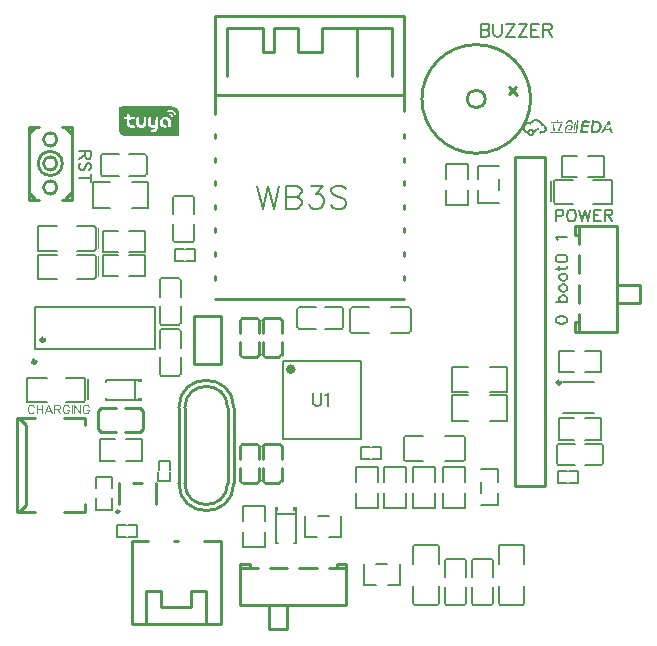
<source format=gto>
G04 Layer: TopSilkLayer*
G04 EasyEDA v6.4.19.5, 2021-06-01T19:55:23+08:00*
G04 f6417cd83a5c4070a8feff0417839a82,e682ae8673584cf28fd3bb4b7cd2207e,10*
G04 Gerber Generator version 0.2*
G04 Scale: 100 percent, Rotated: No, Reflected: No *
G04 Dimensions in inches *
G04 leading zeros omitted , absolute positions ,3 integer and 6 decimal *
%FSLAX36Y36*%
%MOIN*%

%ADD10C,0.0100*%
%ADD12C,0.0118*%
%ADD46C,0.0060*%
%ADD47C,0.0079*%
%ADD48C,0.0102*%
%ADD49C,0.0080*%
%ADD50C,0.0157*%
%ADD51C,0.0040*%

%LPD*%
G36*
X376599Y-299840D02*
G01*
X334380Y-299940D01*
X318540Y-300100D01*
X314180Y-300220D01*
X311680Y-300380D01*
X310660Y-300580D01*
X310480Y-300860D01*
X310340Y-302080D01*
X310140Y-307920D01*
X310058Y-315920D01*
X470620Y-315920D01*
X470640Y-314660D01*
X471140Y-313740D01*
X472320Y-312960D01*
X474360Y-312140D01*
X477120Y-311440D01*
X480160Y-311200D01*
X483300Y-311380D01*
X486280Y-312000D01*
X488340Y-312740D01*
X490280Y-313660D01*
X492060Y-314760D01*
X493720Y-316040D01*
X495200Y-317460D01*
X496520Y-319040D01*
X497660Y-320740D01*
X498620Y-322560D01*
X499380Y-324480D01*
X499920Y-326500D01*
X500260Y-328600D01*
X500379Y-330760D01*
X500260Y-333320D01*
X499820Y-334900D01*
X498940Y-335680D01*
X497520Y-335900D01*
X496180Y-335660D01*
X495300Y-334840D01*
X494780Y-333260D01*
X494180Y-327920D01*
X493459Y-325560D01*
X492299Y-323420D01*
X490600Y-321340D01*
X489180Y-320000D01*
X487700Y-318920D01*
X486120Y-318100D01*
X484440Y-317520D01*
X482660Y-317200D01*
X480780Y-317120D01*
X478780Y-317280D01*
X473840Y-318220D01*
X472060Y-318140D01*
X471060Y-317400D01*
X470620Y-315920D01*
X310058Y-315920D01*
X310070Y-339020D01*
X325740Y-339020D01*
X326040Y-336980D01*
X327040Y-335580D01*
X328840Y-334720D01*
X331580Y-334320D01*
X335319Y-334080D01*
X335360Y-328640D01*
X335580Y-327299D01*
X336019Y-326260D01*
X336780Y-325240D01*
X338220Y-324000D01*
X339840Y-323500D01*
X341480Y-323740D01*
X343020Y-324739D01*
X343700Y-325520D01*
X344099Y-326460D01*
X344186Y-327140D01*
X474120Y-327140D01*
X474140Y-325720D01*
X474840Y-324560D01*
X476079Y-323700D01*
X477720Y-323180D01*
X479620Y-323000D01*
X481659Y-323220D01*
X483640Y-323840D01*
X485480Y-324900D01*
X487740Y-327280D01*
X489140Y-330080D01*
X489540Y-332879D01*
X488800Y-335220D01*
X487239Y-336400D01*
X485540Y-336220D01*
X484120Y-334880D01*
X482840Y-330740D01*
X481719Y-329460D01*
X480180Y-328860D01*
X478400Y-329060D01*
X476880Y-329360D01*
X475620Y-329140D01*
X474700Y-328380D01*
X474120Y-327140D01*
X344186Y-327140D01*
X344280Y-327879D01*
X344320Y-334200D01*
X355480Y-334240D01*
X357879Y-334400D01*
X359300Y-334760D01*
X360300Y-335379D01*
X361360Y-336680D01*
X361780Y-338300D01*
X361580Y-340000D01*
X360720Y-341620D01*
X359940Y-342360D01*
X358660Y-342780D01*
X356180Y-343040D01*
X344040Y-343500D01*
X344080Y-354060D01*
X344240Y-356360D01*
X344600Y-357760D01*
X345240Y-358820D01*
X346728Y-360400D01*
X367140Y-360400D01*
X367140Y-337680D01*
X368500Y-336220D01*
X370140Y-335080D01*
X372000Y-334700D01*
X373780Y-335080D01*
X375240Y-336220D01*
X375860Y-337220D01*
X376160Y-338760D01*
X376200Y-341599D01*
X375920Y-352500D01*
X376019Y-354660D01*
X376200Y-356400D01*
X376520Y-357780D01*
X377000Y-358900D01*
X377600Y-359840D01*
X378400Y-360680D01*
X380100Y-361719D01*
X382260Y-362239D01*
X384580Y-362180D01*
X386760Y-361540D01*
X387900Y-360900D01*
X388840Y-360060D01*
X389580Y-359020D01*
X390180Y-357640D01*
X390620Y-355900D01*
X390959Y-353720D01*
X391200Y-351019D01*
X391840Y-339440D01*
X391980Y-338320D01*
X393020Y-336340D01*
X394920Y-335120D01*
X397200Y-334840D01*
X399420Y-335660D01*
X400120Y-336320D01*
X400480Y-337600D01*
X400640Y-340260D01*
X400660Y-345080D01*
X400580Y-349460D01*
X400402Y-352520D01*
X406120Y-352520D01*
X406240Y-347480D01*
X406460Y-343480D01*
X406780Y-340379D01*
X407280Y-338080D01*
X407939Y-336460D01*
X408820Y-335460D01*
X409960Y-334920D01*
X411360Y-334780D01*
X412460Y-334840D01*
X413320Y-335080D01*
X414020Y-335520D01*
X414660Y-336200D01*
X415260Y-337220D01*
X415560Y-338860D01*
X415600Y-341960D01*
X415319Y-352900D01*
X415360Y-356060D01*
X415680Y-357819D01*
X416340Y-359120D01*
X417680Y-360720D01*
X419340Y-361800D01*
X421180Y-362340D01*
X423100Y-362380D01*
X425000Y-361920D01*
X426760Y-361000D01*
X428260Y-359580D01*
X429380Y-357720D01*
X429880Y-356140D01*
X430300Y-353880D01*
X430620Y-350720D01*
X431220Y-341599D01*
X431540Y-338760D01*
X432020Y-337220D01*
X432760Y-336200D01*
X434280Y-335160D01*
X436079Y-334739D01*
X437860Y-335000D01*
X439260Y-335920D01*
X439960Y-336960D01*
X440260Y-338820D01*
X440240Y-342540D01*
X439705Y-353320D01*
X445200Y-353320D01*
X445280Y-351400D01*
X445580Y-349460D01*
X446060Y-347580D01*
X446740Y-345720D01*
X447580Y-343940D01*
X448600Y-342239D01*
X449760Y-340640D01*
X451079Y-339159D01*
X452540Y-337819D01*
X454120Y-336620D01*
X455820Y-335600D01*
X457620Y-334760D01*
X459540Y-334140D01*
X462400Y-333800D01*
X465959Y-333920D01*
X469460Y-334420D01*
X472040Y-335260D01*
X473800Y-336240D01*
X475379Y-337340D01*
X476780Y-338540D01*
X478000Y-339880D01*
X479080Y-341340D01*
X480020Y-342960D01*
X480820Y-344720D01*
X481480Y-346659D01*
X481920Y-348500D01*
X482140Y-350620D01*
X482180Y-353420D01*
X481900Y-360360D01*
X481599Y-365080D01*
X481460Y-366160D01*
X480340Y-368280D01*
X478340Y-369460D01*
X476040Y-369540D01*
X473980Y-368380D01*
X473280Y-367440D01*
X472920Y-365959D01*
X472800Y-363100D01*
X472860Y-352980D01*
X472740Y-350000D01*
X472360Y-348280D01*
X471680Y-346920D01*
X470240Y-345240D01*
X468360Y-343880D01*
X466200Y-342980D01*
X464020Y-342660D01*
X462100Y-342860D01*
X460360Y-343400D01*
X458800Y-344260D01*
X457420Y-345379D01*
X456280Y-346719D01*
X455379Y-348220D01*
X454760Y-349840D01*
X454420Y-351540D01*
X454400Y-353260D01*
X454720Y-354960D01*
X455400Y-356580D01*
X456460Y-358100D01*
X457800Y-359400D01*
X459280Y-360360D01*
X461079Y-361019D01*
X463380Y-361520D01*
X465920Y-362500D01*
X467400Y-364240D01*
X467640Y-366440D01*
X466540Y-368780D01*
X465800Y-369580D01*
X464980Y-370020D01*
X463760Y-370220D01*
X461840Y-370260D01*
X459320Y-370060D01*
X456900Y-369460D01*
X454600Y-368480D01*
X452460Y-367160D01*
X450500Y-365540D01*
X448800Y-363620D01*
X447360Y-361440D01*
X446240Y-359040D01*
X445660Y-357180D01*
X445319Y-355260D01*
X445200Y-353320D01*
X439705Y-353320D01*
X439040Y-365080D01*
X438660Y-369500D01*
X438260Y-372340D01*
X437760Y-374200D01*
X437100Y-375700D01*
X435600Y-378080D01*
X433660Y-380280D01*
X431360Y-382160D01*
X428800Y-383660D01*
X426200Y-384600D01*
X423040Y-385340D01*
X420140Y-385740D01*
X418240Y-385640D01*
X416920Y-384940D01*
X415800Y-383900D01*
X415040Y-382680D01*
X414739Y-381460D01*
X415140Y-379620D01*
X416280Y-378160D01*
X418180Y-377120D01*
X423620Y-375880D01*
X425920Y-374940D01*
X427660Y-373700D01*
X428740Y-372220D01*
X429340Y-370620D01*
X429360Y-369780D01*
X428780Y-369680D01*
X427560Y-370280D01*
X425000Y-371180D01*
X421680Y-371440D01*
X418180Y-371060D01*
X415000Y-370060D01*
X412819Y-368840D01*
X410959Y-367360D01*
X409420Y-365620D01*
X408160Y-363600D01*
X407220Y-361280D01*
X406560Y-358680D01*
X406200Y-355760D01*
X406120Y-352520D01*
X400402Y-352520D01*
X399960Y-356520D01*
X399380Y-359340D01*
X398620Y-361760D01*
X397620Y-363860D01*
X396400Y-365660D01*
X394940Y-367280D01*
X392600Y-369140D01*
X390040Y-370400D01*
X387120Y-371140D01*
X383720Y-371380D01*
X381079Y-371260D01*
X378660Y-370920D01*
X376480Y-370300D01*
X374520Y-369440D01*
X372780Y-368320D01*
X371220Y-366920D01*
X369860Y-365260D01*
X368680Y-363300D01*
X367140Y-360400D01*
X346728Y-360400D01*
X348860Y-361740D01*
X351520Y-362480D01*
X358560Y-363280D01*
X360580Y-363960D01*
X361540Y-365200D01*
X361800Y-367160D01*
X361160Y-369560D01*
X359260Y-371100D01*
X356060Y-371820D01*
X351500Y-371740D01*
X347980Y-371180D01*
X344940Y-370160D01*
X342220Y-368600D01*
X339680Y-366460D01*
X338320Y-365000D01*
X337220Y-363579D01*
X336360Y-362060D01*
X335700Y-360400D01*
X335260Y-358500D01*
X334960Y-356260D01*
X334799Y-353640D01*
X334739Y-343220D01*
X331719Y-343220D01*
X329140Y-342960D01*
X327280Y-342140D01*
X326120Y-340820D01*
X325740Y-339020D01*
X310070Y-339020D01*
X310240Y-381820D01*
X312040Y-385620D01*
X313500Y-388260D01*
X315200Y-390680D01*
X317180Y-392860D01*
X319360Y-394780D01*
X321760Y-396420D01*
X324340Y-397780D01*
X327060Y-398820D01*
X330220Y-399560D01*
X338860Y-399799D01*
X356840Y-399980D01*
X381320Y-400100D01*
X435120Y-400140D01*
X472220Y-400060D01*
X493280Y-399900D01*
X506180Y-399700D01*
X508700Y-399580D01*
X509060Y-399420D01*
X509360Y-398940D01*
X509600Y-397740D01*
X509760Y-395439D01*
X509920Y-385740D01*
X509940Y-341940D01*
X509860Y-327580D01*
X509580Y-320540D01*
X509340Y-318640D01*
X509020Y-317260D01*
X508100Y-314620D01*
X507200Y-312680D01*
X506100Y-310860D01*
X504840Y-309140D01*
X503440Y-307540D01*
X501880Y-306060D01*
X500200Y-304720D01*
X498400Y-303520D01*
X496500Y-302480D01*
X494520Y-301600D01*
X492440Y-300920D01*
X490080Y-300380D01*
X483220Y-300160D01*
X467780Y-300000D01*
X444200Y-299900D01*
G37*
G36*
X1699199Y-342140D02*
G01*
X1696980Y-342200D01*
X1694780Y-342440D01*
X1692600Y-342879D01*
X1690440Y-343540D01*
X1687300Y-344799D01*
X1684580Y-346260D01*
X1682200Y-347939D01*
X1679000Y-350959D01*
X1678000Y-351580D01*
X1676800Y-351860D01*
X1672440Y-352080D01*
X1669940Y-352560D01*
X1667580Y-353320D01*
X1665340Y-354360D01*
X1663260Y-355640D01*
X1661380Y-357160D01*
X1659700Y-358880D01*
X1658240Y-360800D01*
X1657040Y-362879D01*
X1656100Y-365120D01*
X1655460Y-367500D01*
X1655120Y-369980D01*
X1655100Y-372100D01*
X1655340Y-374200D01*
X1655800Y-376240D01*
X1656480Y-378220D01*
X1657360Y-380100D01*
X1658440Y-381860D01*
X1659700Y-383519D01*
X1661140Y-385000D01*
X1662578Y-386220D01*
X1677100Y-386220D01*
X1678020Y-383540D01*
X1680220Y-381920D01*
X1683000Y-381659D01*
X1685620Y-383020D01*
X1686660Y-384540D01*
X1687000Y-386200D01*
X1686660Y-387860D01*
X1685620Y-389360D01*
X1683000Y-390760D01*
X1680220Y-390520D01*
X1678000Y-388920D01*
X1677100Y-386220D01*
X1662578Y-386220D01*
X1664440Y-387480D01*
X1666300Y-388440D01*
X1669120Y-389440D01*
X1670280Y-390060D01*
X1670440Y-390300D01*
X1670940Y-391620D01*
X1672200Y-393280D01*
X1673920Y-394940D01*
X1675780Y-396240D01*
X1677760Y-397120D01*
X1679780Y-397660D01*
X1681780Y-397860D01*
X1683779Y-397740D01*
X1685680Y-397320D01*
X1687500Y-396599D01*
X1689160Y-395640D01*
X1690660Y-394400D01*
X1691940Y-392939D01*
X1693000Y-391280D01*
X1693760Y-389400D01*
X1694220Y-387340D01*
X1694560Y-384680D01*
X1706380Y-378780D01*
X1710920Y-376280D01*
X1711579Y-375780D01*
X1711180Y-374880D01*
X1709199Y-371460D01*
X1708440Y-370300D01*
X1705880Y-371420D01*
X1695600Y-376420D01*
X1692920Y-377580D01*
X1691399Y-377980D01*
X1690580Y-377760D01*
X1687980Y-376220D01*
X1685380Y-375180D01*
X1682800Y-374660D01*
X1680300Y-374680D01*
X1677920Y-375180D01*
X1675700Y-376200D01*
X1673680Y-377720D01*
X1671180Y-380660D01*
X1669940Y-381960D01*
X1669580Y-382160D01*
X1668320Y-381599D01*
X1666579Y-380160D01*
X1664820Y-378280D01*
X1663560Y-376440D01*
X1662840Y-374560D01*
X1662460Y-372540D01*
X1662440Y-370480D01*
X1662740Y-368440D01*
X1663380Y-366460D01*
X1664300Y-364640D01*
X1665520Y-363020D01*
X1667020Y-361700D01*
X1669740Y-360120D01*
X1672680Y-359219D01*
X1675700Y-358980D01*
X1678680Y-359440D01*
X1681759Y-360300D01*
X1682380Y-358940D01*
X1683839Y-356760D01*
X1686100Y-354360D01*
X1688700Y-352200D01*
X1691180Y-350700D01*
X1692840Y-350040D01*
X1694500Y-349640D01*
X1696399Y-349420D01*
X1698800Y-349360D01*
X1701399Y-349420D01*
X1703320Y-349680D01*
X1705100Y-350280D01*
X1707320Y-351340D01*
X1710300Y-353160D01*
X1712600Y-355220D01*
X1714340Y-357660D01*
X1715620Y-360600D01*
X1716240Y-362280D01*
X1716860Y-363280D01*
X1717740Y-363840D01*
X1721399Y-364940D01*
X1723040Y-365700D01*
X1724340Y-366700D01*
X1725560Y-368100D01*
X1727100Y-370980D01*
X1727520Y-373980D01*
X1726879Y-376960D01*
X1725140Y-379720D01*
X1723280Y-381480D01*
X1721180Y-382580D01*
X1718540Y-383180D01*
X1712660Y-383380D01*
X1711080Y-383560D01*
X1710060Y-383900D01*
X1709300Y-384480D01*
X1708480Y-385660D01*
X1708200Y-386960D01*
X1708460Y-388220D01*
X1709280Y-389320D01*
X1710060Y-389840D01*
X1711279Y-390100D01*
X1713320Y-390180D01*
X1719840Y-389920D01*
X1722140Y-389620D01*
X1723880Y-389140D01*
X1725580Y-388360D01*
X1727980Y-386860D01*
X1730080Y-385060D01*
X1731860Y-382939D01*
X1733340Y-380480D01*
X1734400Y-377320D01*
X1734760Y-373620D01*
X1734440Y-369980D01*
X1733420Y-366920D01*
X1731860Y-364380D01*
X1730100Y-362280D01*
X1728120Y-360600D01*
X1724340Y-358459D01*
X1723160Y-357560D01*
X1722180Y-356400D01*
X1719960Y-352939D01*
X1718600Y-351200D01*
X1717100Y-349580D01*
X1715460Y-348120D01*
X1713700Y-346800D01*
X1711819Y-345640D01*
X1709860Y-344620D01*
X1707840Y-343780D01*
X1705740Y-343100D01*
X1703580Y-342600D01*
X1701399Y-342280D01*
G37*
G36*
X1768740Y-345620D02*
G01*
X1768020Y-350200D01*
X1750580Y-350200D01*
X1750220Y-352840D01*
X1750380Y-354200D01*
X1750580Y-354620D01*
X1751100Y-354780D01*
X1754120Y-355040D01*
X1765500Y-355340D01*
X1775580Y-355360D01*
X1781579Y-355260D01*
X1786080Y-355080D01*
X1788320Y-354820D01*
X1789400Y-354200D01*
X1790020Y-353360D01*
X1790180Y-352380D01*
X1789840Y-351300D01*
X1789300Y-350700D01*
X1788100Y-350360D01*
X1785620Y-350220D01*
X1773280Y-350200D01*
X1774019Y-345620D01*
G37*
G36*
X1810620Y-346360D02*
G01*
X1808480Y-346420D01*
X1806759Y-346560D01*
X1805700Y-346740D01*
X1804280Y-347340D01*
X1803160Y-348020D01*
X1801500Y-350060D01*
X1799160Y-353560D01*
X1797060Y-357060D01*
X1796160Y-359040D01*
X1796279Y-359460D01*
X1796720Y-359720D01*
X1797480Y-359860D01*
X1801140Y-359920D01*
X1806240Y-351620D01*
X1813120Y-351400D01*
X1815780Y-351400D01*
X1816180Y-351460D01*
X1818300Y-357920D01*
X1818920Y-359140D01*
X1819720Y-359640D01*
X1821879Y-359840D01*
X1822700Y-359780D01*
X1823340Y-359640D01*
X1823720Y-359420D01*
X1823680Y-357600D01*
X1822720Y-354180D01*
X1821300Y-350540D01*
X1819880Y-348040D01*
X1819019Y-347200D01*
X1817940Y-346719D01*
X1816080Y-346500D01*
G37*
G36*
X1886699Y-346760D02*
G01*
X1881903Y-380060D01*
X1889880Y-380060D01*
X1890380Y-375740D01*
X1893300Y-354000D01*
X1894319Y-353780D01*
X1896800Y-353900D01*
X1899820Y-354300D01*
X1902440Y-354880D01*
X1904240Y-355640D01*
X1905860Y-356800D01*
X1907280Y-358260D01*
X1908460Y-360000D01*
X1909360Y-361920D01*
X1909980Y-364000D01*
X1910240Y-366160D01*
X1910120Y-368320D01*
X1909740Y-370360D01*
X1909180Y-372220D01*
X1908440Y-373900D01*
X1907520Y-375400D01*
X1906420Y-376719D01*
X1905140Y-377879D01*
X1903680Y-378840D01*
X1902060Y-379640D01*
X1900240Y-380260D01*
X1898260Y-380700D01*
X1896100Y-380959D01*
X1893760Y-381060D01*
X1891759Y-381019D01*
X1890580Y-380880D01*
X1890020Y-380580D01*
X1889880Y-380060D01*
X1881900Y-380080D01*
X1880880Y-386700D01*
X1880560Y-388060D01*
X1896639Y-387600D01*
X1900280Y-387340D01*
X1902760Y-386920D01*
X1904820Y-386260D01*
X1908240Y-384640D01*
X1911040Y-382660D01*
X1913340Y-380140D01*
X1915320Y-376960D01*
X1916519Y-374560D01*
X1917220Y-372620D01*
X1917560Y-370520D01*
X1917760Y-367620D01*
X1917780Y-365400D01*
X1917660Y-363360D01*
X1917380Y-361460D01*
X1916940Y-359700D01*
X1916320Y-358060D01*
X1915520Y-356500D01*
X1914520Y-355000D01*
X1913340Y-353519D01*
X1912080Y-352220D01*
X1910720Y-351079D01*
X1909240Y-350120D01*
X1907620Y-349320D01*
X1905800Y-348660D01*
X1903800Y-348120D01*
X1901560Y-347700D01*
X1896519Y-347140D01*
X1891660Y-346820D01*
G37*
G36*
X1836860Y-346760D02*
G01*
X1832600Y-377320D01*
X1831920Y-380980D01*
X1831360Y-383040D01*
X1831140Y-383480D01*
X1830580Y-383920D01*
X1829820Y-384240D01*
X1828820Y-384420D01*
X1827540Y-384480D01*
X1824860Y-384900D01*
X1823320Y-385940D01*
X1823120Y-387360D01*
X1824460Y-388840D01*
X1825280Y-389260D01*
X1826220Y-389500D01*
X1827360Y-389560D01*
X1828779Y-389440D01*
X1831519Y-388860D01*
X1833680Y-387800D01*
X1835300Y-386300D01*
X1836380Y-384320D01*
X1836819Y-382299D01*
X1838420Y-372540D01*
X1840740Y-356840D01*
X1841879Y-347480D01*
X1841699Y-347180D01*
X1841220Y-346960D01*
X1840440Y-346820D01*
G37*
G36*
X1861300Y-346780D02*
G01*
X1856260Y-346880D01*
X1853180Y-347120D01*
X1852720Y-347280D01*
X1847020Y-387560D01*
X1848000Y-387700D01*
X1854620Y-387879D01*
X1864060Y-387900D01*
X1867620Y-387819D01*
X1870260Y-387660D01*
X1872120Y-387380D01*
X1873340Y-386960D01*
X1874040Y-386380D01*
X1874360Y-385580D01*
X1874440Y-384540D01*
X1874100Y-382700D01*
X1872680Y-381640D01*
X1869500Y-381160D01*
X1863920Y-381060D01*
X1855500Y-381060D01*
X1857380Y-369620D01*
X1870560Y-369600D01*
X1873280Y-369440D01*
X1874720Y-369099D01*
X1875580Y-368480D01*
X1876399Y-367340D01*
X1876639Y-366740D01*
X1876720Y-366200D01*
X1876639Y-365660D01*
X1876399Y-365060D01*
X1876020Y-364440D01*
X1875580Y-363920D01*
X1874740Y-363300D01*
X1873340Y-362960D01*
X1870760Y-362800D01*
X1858320Y-362760D01*
X1859720Y-353620D01*
X1874540Y-353540D01*
X1877820Y-353120D01*
X1879259Y-352200D01*
X1879580Y-350580D01*
X1879440Y-349460D01*
X1879040Y-348600D01*
X1878280Y-347939D01*
X1877100Y-347380D01*
X1876220Y-347200D01*
X1872480Y-346940D01*
X1867100Y-346800D01*
G37*
G36*
X1938040Y-347280D02*
G01*
X1915680Y-386880D01*
X1915920Y-387060D01*
X1917960Y-387299D01*
X1923500Y-387340D01*
X1928260Y-378740D01*
X1945520Y-379060D01*
X1947620Y-387340D01*
X1954920Y-387340D01*
X1949780Y-367700D01*
X1949480Y-366800D01*
X1948540Y-366800D01*
X1947020Y-367680D01*
X1945460Y-369060D01*
X1943380Y-372040D01*
X1942080Y-373200D01*
X1940540Y-373960D01*
X1938860Y-374360D01*
X1937120Y-374340D01*
X1935440Y-373940D01*
X1933860Y-373100D01*
X1932480Y-371860D01*
X1931220Y-369739D01*
X1930940Y-367580D01*
X1931600Y-365400D01*
X1933240Y-363280D01*
X1934420Y-362180D01*
X1935420Y-361500D01*
X1936420Y-361160D01*
X1937560Y-361060D01*
X1939360Y-361220D01*
X1941420Y-361860D01*
X1942220Y-361800D01*
X1943280Y-361440D01*
X1945840Y-360180D01*
X1947360Y-359180D01*
X1947580Y-358900D01*
X1944400Y-347620D01*
G37*
G36*
X1828360Y-350760D02*
G01*
X1825620Y-369300D01*
X1825060Y-373780D01*
X1824760Y-376980D01*
X1824740Y-378480D01*
X1825360Y-379260D01*
X1826380Y-379720D01*
X1827560Y-379799D01*
X1828660Y-379400D01*
X1829120Y-378380D01*
X1829720Y-375800D01*
X1830480Y-371700D01*
X1833260Y-353560D01*
X1833540Y-351360D01*
X1833260Y-350959D01*
X1832480Y-350800D01*
G37*
G36*
X1780220Y-357060D02*
G01*
X1777980Y-364540D01*
X1773600Y-377900D01*
X1773000Y-380120D01*
X1772980Y-381300D01*
X1773420Y-382000D01*
X1773920Y-382360D01*
X1774480Y-382600D01*
X1775100Y-382660D01*
X1775760Y-382560D01*
X1776540Y-382200D01*
X1777260Y-381420D01*
X1778000Y-380080D01*
X1778899Y-378060D01*
X1780560Y-373459D01*
X1782680Y-366860D01*
X1784520Y-360740D01*
X1785300Y-357540D01*
X1785100Y-357360D01*
X1784560Y-357200D01*
X1782760Y-357060D01*
G37*
G36*
X1754420Y-357620D02*
G01*
X1754940Y-361360D01*
X1756860Y-377299D01*
X1757520Y-380500D01*
X1758380Y-381880D01*
X1759660Y-382180D01*
X1761000Y-381840D01*
X1761639Y-380300D01*
X1761639Y-376880D01*
X1760620Y-366220D01*
X1759920Y-360420D01*
X1759580Y-358920D01*
X1759180Y-358060D01*
X1758640Y-357700D01*
X1757920Y-357620D01*
G37*
G36*
X1810500Y-362239D02*
G01*
X1804600Y-362440D01*
X1802460Y-362620D01*
X1801300Y-362840D01*
X1799640Y-363880D01*
X1798340Y-365920D01*
X1797200Y-369500D01*
X1795960Y-375120D01*
X1794900Y-380959D01*
X1794680Y-384480D01*
X1795320Y-386599D01*
X1796920Y-388140D01*
X1798040Y-388780D01*
X1799740Y-389180D01*
X1802720Y-389380D01*
X1812360Y-389580D01*
X1815360Y-389500D01*
X1817140Y-389240D01*
X1818200Y-388800D01*
X1819139Y-387819D01*
X1819560Y-386620D01*
X1819420Y-385520D01*
X1818680Y-384820D01*
X1815460Y-384580D01*
X1802640Y-384320D01*
X1800680Y-384140D01*
X1799880Y-383940D01*
X1799840Y-383000D01*
X1800520Y-378400D01*
X1801680Y-372500D01*
X1802820Y-368040D01*
X1803220Y-367200D01*
X1803959Y-367040D01*
X1807620Y-366820D01*
X1816279Y-366760D01*
X1815360Y-372340D01*
X1814680Y-373940D01*
X1813540Y-374620D01*
X1808480Y-375060D01*
X1806420Y-375860D01*
X1805560Y-377160D01*
X1805920Y-378860D01*
X1806399Y-379480D01*
X1807240Y-379799D01*
X1808860Y-379900D01*
X1811620Y-379820D01*
X1815400Y-379500D01*
X1817700Y-378500D01*
X1819180Y-376340D01*
X1820480Y-372420D01*
X1821320Y-368940D01*
X1821500Y-366480D01*
X1820980Y-364700D01*
X1819760Y-363340D01*
X1818740Y-362740D01*
X1817260Y-362400D01*
X1814700Y-362260D01*
G37*
G36*
X1938300Y-365760D02*
G01*
X1937100Y-365880D01*
X1936140Y-366500D01*
X1935760Y-367320D01*
X1935860Y-368180D01*
X1936440Y-369040D01*
X1937480Y-369860D01*
X1938640Y-369980D01*
X1939780Y-369240D01*
X1940500Y-368080D01*
X1940380Y-366900D01*
X1939500Y-366120D01*
G37*
G36*
X1762360Y-384480D02*
G01*
X1749400Y-384660D01*
X1746180Y-384780D01*
X1745680Y-384860D01*
X1745300Y-385840D01*
X1745320Y-387239D01*
X1745620Y-388540D01*
X1746200Y-389280D01*
X1748200Y-389420D01*
X1758959Y-389600D01*
X1779500Y-389520D01*
X1784139Y-389420D01*
X1786300Y-389260D01*
X1787300Y-388640D01*
X1787900Y-387600D01*
X1788020Y-386400D01*
X1787580Y-385340D01*
X1787220Y-385080D01*
X1786459Y-384900D01*
X1785220Y-384739D01*
X1780620Y-384560D01*
G37*
D46*
X215399Y-450000D02*
G01*
X177199Y-450000D01*
X215399Y-450000D02*
G01*
X215399Y-466399D01*
X213499Y-471799D01*
X211700Y-473600D01*
X208099Y-475500D01*
X204499Y-475500D01*
X200799Y-473600D01*
X199000Y-471799D01*
X197199Y-466399D01*
X197199Y-450000D01*
X197199Y-462699D02*
G01*
X177199Y-475500D01*
X209899Y-512899D02*
G01*
X213499Y-509299D01*
X215399Y-503800D01*
X215399Y-496500D01*
X213499Y-491100D01*
X209899Y-487500D01*
X206300Y-487500D01*
X202600Y-489299D01*
X200799Y-491100D01*
X199000Y-494699D01*
X195399Y-505599D01*
X193499Y-509299D01*
X191700Y-511100D01*
X188099Y-512899D01*
X182600Y-512899D01*
X179000Y-509299D01*
X177199Y-503800D01*
X177199Y-496500D01*
X179000Y-491100D01*
X182600Y-487500D01*
X215399Y-537600D02*
G01*
X177199Y-537600D01*
X215399Y-524899D02*
G01*
X215399Y-550399D01*
X1771899Y-745000D02*
G01*
X1770100Y-741399D01*
X1764600Y-735900D01*
X1802799Y-735900D01*
X1764600Y-1014099D02*
G01*
X1766499Y-1019499D01*
X1771899Y-1023200D01*
X1781000Y-1025000D01*
X1786499Y-1025000D01*
X1795500Y-1023200D01*
X1801000Y-1019499D01*
X1802799Y-1014099D01*
X1802799Y-1010500D01*
X1801000Y-1005000D01*
X1795500Y-1001399D01*
X1786499Y-999499D01*
X1781000Y-999499D01*
X1771899Y-1001399D01*
X1766499Y-1005000D01*
X1764600Y-1010500D01*
X1764600Y-1014099D01*
X1764600Y-950799D02*
G01*
X1802799Y-950799D01*
X1782799Y-950799D02*
G01*
X1779200Y-947199D01*
X1777399Y-943499D01*
X1777399Y-938099D01*
X1779200Y-934400D01*
X1782799Y-930799D01*
X1788299Y-929000D01*
X1791899Y-929000D01*
X1797399Y-930799D01*
X1801000Y-934400D01*
X1802799Y-938099D01*
X1802799Y-943499D01*
X1801000Y-947199D01*
X1797399Y-950799D01*
X1777399Y-907899D02*
G01*
X1779200Y-911500D01*
X1782799Y-915199D01*
X1788299Y-916999D01*
X1791899Y-916999D01*
X1797399Y-915199D01*
X1801000Y-911500D01*
X1802799Y-907899D01*
X1802799Y-902399D01*
X1801000Y-898800D01*
X1797399Y-895199D01*
X1791899Y-893299D01*
X1788299Y-893299D01*
X1782799Y-895199D01*
X1779200Y-898800D01*
X1777399Y-902399D01*
X1777399Y-907899D01*
X1777399Y-872300D02*
G01*
X1779200Y-875900D01*
X1782799Y-879499D01*
X1788299Y-881300D01*
X1791899Y-881300D01*
X1797399Y-879499D01*
X1801000Y-875900D01*
X1802799Y-872300D01*
X1802799Y-866799D01*
X1801000Y-863200D01*
X1797399Y-859499D01*
X1791899Y-857699D01*
X1788299Y-857699D01*
X1782799Y-859499D01*
X1779200Y-863200D01*
X1777399Y-866799D01*
X1777399Y-872300D01*
X1764600Y-840300D02*
G01*
X1795500Y-840300D01*
X1801000Y-838400D01*
X1802799Y-834800D01*
X1802799Y-831199D01*
X1777399Y-845700D02*
G01*
X1777399Y-833000D01*
X1764600Y-808299D02*
G01*
X1766499Y-813699D01*
X1771899Y-817300D01*
X1781000Y-819200D01*
X1786499Y-819200D01*
X1795500Y-817300D01*
X1801000Y-813699D01*
X1802799Y-808299D01*
X1802799Y-804600D01*
X1801000Y-799200D01*
X1795500Y-795500D01*
X1786499Y-793699D01*
X1781000Y-793699D01*
X1771899Y-795500D01*
X1766499Y-799200D01*
X1764600Y-804600D01*
X1764600Y-808299D01*
X1765000Y-644600D02*
G01*
X1765000Y-682800D01*
X1765000Y-644600D02*
G01*
X1781400Y-644600D01*
X1786800Y-646500D01*
X1788599Y-648299D01*
X1790500Y-651900D01*
X1790500Y-657399D01*
X1788599Y-660999D01*
X1786800Y-662800D01*
X1781400Y-664600D01*
X1765000Y-664600D01*
X1813400Y-644600D02*
G01*
X1809700Y-646500D01*
X1806099Y-650100D01*
X1804300Y-653699D01*
X1802500Y-659200D01*
X1802500Y-668299D01*
X1804300Y-673699D01*
X1806099Y-677399D01*
X1809700Y-680999D01*
X1813400Y-682800D01*
X1820600Y-682800D01*
X1824300Y-680999D01*
X1827899Y-677399D01*
X1829700Y-673699D01*
X1831499Y-668299D01*
X1831499Y-659200D01*
X1829700Y-653699D01*
X1827899Y-650100D01*
X1824300Y-646500D01*
X1820600Y-644600D01*
X1813400Y-644600D01*
X1843500Y-644600D02*
G01*
X1852600Y-682800D01*
X1861700Y-644600D02*
G01*
X1852600Y-682800D01*
X1861700Y-644600D02*
G01*
X1870799Y-682800D01*
X1879899Y-644600D02*
G01*
X1870799Y-682800D01*
X1891899Y-644600D02*
G01*
X1891899Y-682800D01*
X1891899Y-644600D02*
G01*
X1915500Y-644600D01*
X1891899Y-662800D02*
G01*
X1906499Y-662800D01*
X1891899Y-682800D02*
G01*
X1915500Y-682800D01*
X1927500Y-644600D02*
G01*
X1927500Y-682800D01*
X1927500Y-644600D02*
G01*
X1943900Y-644600D01*
X1949399Y-646500D01*
X1951199Y-648299D01*
X1953000Y-651900D01*
X1953000Y-655500D01*
X1951199Y-659200D01*
X1949399Y-660999D01*
X1943900Y-662800D01*
X1927500Y-662800D01*
X1940299Y-662800D02*
G01*
X1953000Y-682800D01*
D51*
X25500Y-1301500D02*
G01*
X24099Y-1298800D01*
X21399Y-1296100D01*
X18600Y-1294699D01*
X13200Y-1294699D01*
X10500Y-1296100D01*
X7699Y-1298800D01*
X6399Y-1301500D01*
X5000Y-1305599D01*
X5000Y-1312500D01*
X6399Y-1316500D01*
X7699Y-1319299D01*
X10500Y-1321999D01*
X13200Y-1323400D01*
X18600Y-1323400D01*
X21399Y-1321999D01*
X24099Y-1319299D01*
X25500Y-1316500D01*
X34499Y-1294699D02*
G01*
X34499Y-1323400D01*
X53499Y-1294699D02*
G01*
X53499Y-1323400D01*
X34499Y-1308400D02*
G01*
X53499Y-1308400D01*
X73499Y-1294699D02*
G01*
X62500Y-1323400D01*
X73499Y-1294699D02*
G01*
X84400Y-1323400D01*
X66599Y-1313800D02*
G01*
X80300Y-1313800D01*
X93400Y-1294699D02*
G01*
X93400Y-1323400D01*
X93400Y-1294699D02*
G01*
X105599Y-1294699D01*
X109699Y-1296100D01*
X111100Y-1297500D01*
X112500Y-1300199D01*
X112500Y-1302899D01*
X111100Y-1305599D01*
X109699Y-1306999D01*
X105599Y-1308400D01*
X93400Y-1308400D01*
X102899Y-1308400D02*
G01*
X112500Y-1323400D01*
X141900Y-1301500D02*
G01*
X140500Y-1298800D01*
X137800Y-1296100D01*
X135100Y-1294699D01*
X129600Y-1294699D01*
X126900Y-1296100D01*
X124200Y-1298800D01*
X122800Y-1301500D01*
X121500Y-1305599D01*
X121500Y-1312500D01*
X122800Y-1316500D01*
X124200Y-1319299D01*
X126900Y-1321999D01*
X129600Y-1323400D01*
X135100Y-1323400D01*
X137800Y-1321999D01*
X140500Y-1319299D01*
X141900Y-1316500D01*
X141900Y-1312500D01*
X135100Y-1312500D02*
G01*
X141900Y-1312500D01*
X150900Y-1294699D02*
G01*
X150900Y-1323400D01*
X159899Y-1294699D02*
G01*
X159899Y-1323400D01*
X159899Y-1294699D02*
G01*
X179000Y-1323400D01*
X179000Y-1294699D02*
G01*
X179000Y-1323400D01*
X208499Y-1301500D02*
G01*
X207100Y-1298800D01*
X204400Y-1296100D01*
X201599Y-1294699D01*
X196199Y-1294699D01*
X193499Y-1296100D01*
X190700Y-1298800D01*
X189400Y-1301500D01*
X188000Y-1305599D01*
X188000Y-1312500D01*
X189400Y-1316500D01*
X190700Y-1319299D01*
X193499Y-1321999D01*
X196199Y-1323400D01*
X201599Y-1323400D01*
X204400Y-1321999D01*
X207100Y-1319299D01*
X208499Y-1316500D01*
X208499Y-1312500D01*
X201599Y-1312500D02*
G01*
X208499Y-1312500D01*
D46*
X1515000Y-24600D02*
G01*
X1515000Y-67500D01*
X1515000Y-24600D02*
G01*
X1533400Y-24600D01*
X1539499Y-26599D01*
X1541599Y-28699D01*
X1543599Y-32800D01*
X1543599Y-36900D01*
X1541599Y-40999D01*
X1539499Y-43000D01*
X1533400Y-45000D01*
X1515000Y-45000D02*
G01*
X1533400Y-45000D01*
X1539499Y-47100D01*
X1541599Y-49099D01*
X1543599Y-53200D01*
X1543599Y-59400D01*
X1541599Y-63499D01*
X1539499Y-65500D01*
X1533400Y-67500D01*
X1515000Y-67500D01*
X1557100Y-24600D02*
G01*
X1557100Y-55300D01*
X1559200Y-61399D01*
X1563299Y-65500D01*
X1569399Y-67500D01*
X1573500Y-67500D01*
X1579600Y-65500D01*
X1583699Y-61399D01*
X1585799Y-55300D01*
X1585799Y-24600D01*
X1627899Y-24600D02*
G01*
X1599300Y-67500D01*
X1599300Y-24600D02*
G01*
X1627899Y-24600D01*
X1599300Y-67500D02*
G01*
X1627899Y-67500D01*
X1670000Y-24600D02*
G01*
X1641400Y-67500D01*
X1641400Y-24600D02*
G01*
X1670000Y-24600D01*
X1641400Y-67500D02*
G01*
X1670000Y-67500D01*
X1683500Y-24600D02*
G01*
X1683500Y-67500D01*
X1683500Y-24600D02*
G01*
X1710100Y-24600D01*
X1683500Y-45000D02*
G01*
X1699899Y-45000D01*
X1683500Y-67500D02*
G01*
X1710100Y-67500D01*
X1723599Y-24600D02*
G01*
X1723599Y-67500D01*
X1723599Y-24600D02*
G01*
X1741999Y-24600D01*
X1748199Y-26599D01*
X1750200Y-28699D01*
X1752299Y-32800D01*
X1752299Y-36900D01*
X1750200Y-40999D01*
X1748199Y-43000D01*
X1741999Y-45000D01*
X1723599Y-45000D01*
X1738000Y-45000D02*
G01*
X1752299Y-67500D01*
X955000Y-1254600D02*
G01*
X955000Y-1285300D01*
X956999Y-1291399D01*
X961099Y-1295500D01*
X967299Y-1297500D01*
X971400Y-1297500D01*
X977500Y-1295500D01*
X981599Y-1291399D01*
X983599Y-1285300D01*
X983599Y-1254600D01*
X997100Y-1262800D02*
G01*
X1001199Y-1260700D01*
X1007399Y-1254600D01*
X1007399Y-1297500D01*
D49*
X770020Y-564239D02*
G01*
X788220Y-640639D01*
X806319Y-564239D02*
G01*
X788220Y-640639D01*
X806319Y-564239D02*
G01*
X824520Y-640639D01*
X842719Y-564239D02*
G01*
X824520Y-640639D01*
X866719Y-564239D02*
G01*
X866719Y-640639D01*
X866719Y-564239D02*
G01*
X899420Y-564239D01*
X910320Y-567939D01*
X914020Y-571540D01*
X917619Y-578840D01*
X917619Y-586039D01*
X914020Y-593339D01*
X910320Y-597040D01*
X899420Y-600639D01*
X866719Y-600639D02*
G01*
X899420Y-600639D01*
X910320Y-604239D01*
X914020Y-607939D01*
X917619Y-615140D01*
X917619Y-626039D01*
X914020Y-633339D01*
X910320Y-637040D01*
X899420Y-640639D01*
X866719Y-640639D01*
X948919Y-564239D02*
G01*
X988919Y-564239D01*
X967120Y-593339D01*
X978019Y-593339D01*
X985320Y-597040D01*
X988919Y-600639D01*
X992520Y-611540D01*
X992520Y-618840D01*
X988919Y-629740D01*
X981620Y-637040D01*
X970720Y-640639D01*
X959819Y-640639D01*
X948919Y-637040D01*
X945320Y-633339D01*
X941620Y-626039D01*
X1067420Y-575140D02*
G01*
X1060219Y-567939D01*
X1049319Y-564239D01*
X1034719Y-564239D01*
X1023819Y-567939D01*
X1016520Y-575140D01*
X1016520Y-582440D01*
X1020219Y-589740D01*
X1023819Y-593339D01*
X1031120Y-597040D01*
X1052920Y-604239D01*
X1060219Y-607939D01*
X1063819Y-611540D01*
X1067420Y-618840D01*
X1067420Y-629740D01*
X1060219Y-637040D01*
X1049319Y-640639D01*
X1034719Y-640639D01*
X1023819Y-637040D01*
X1016520Y-629740D01*
G36*
X1746000Y-550120D02*
G01*
X1746000Y-619900D01*
X1752000Y-619900D01*
X1752000Y-550120D01*
G37*
G36*
X238000Y-800100D02*
G01*
X238000Y-869880D01*
X244000Y-869880D01*
X244000Y-800100D01*
G37*
G36*
X203000Y-1210100D02*
G01*
X203000Y-1279880D01*
X209000Y-1279880D01*
X209000Y-1210100D01*
G37*
G36*
X238000Y-705100D02*
G01*
X238000Y-774880D01*
X244000Y-774880D01*
X244000Y-705100D01*
G37*
G36*
X372360Y-1270480D02*
G01*
X372360Y-1282100D01*
X384360Y-1282100D01*
X384360Y-1270480D01*
G37*
G36*
X372360Y-1207900D02*
G01*
X372360Y-1219520D01*
X384360Y-1219520D01*
X384360Y-1207900D01*
G37*
G36*
X890480Y-1635640D02*
G01*
X890480Y-1647640D01*
X902099Y-1647640D01*
X902099Y-1635640D01*
G37*
G36*
X827900Y-1635640D02*
G01*
X827900Y-1647640D01*
X839520Y-1647640D01*
X839520Y-1635640D01*
G37*
D46*
X1398894Y-578748D02*
G01*
X1398894Y-629335D01*
X1471105Y-629335D01*
X1471105Y-578748D01*
X1398894Y-541251D02*
G01*
X1398894Y-490664D01*
X1471105Y-490664D01*
X1471105Y-541251D01*
X1574490Y-499520D02*
G01*
X1505498Y-499520D01*
X1505498Y-540527D01*
X1574490Y-620479D02*
G01*
X1505498Y-620479D01*
X1505498Y-579472D01*
X1574490Y-542071D02*
G01*
X1574490Y-577928D01*
D10*
X1630817Y-236105D02*
G01*
X1609605Y-257319D01*
X1634354Y-260853D02*
G01*
X1609605Y-236105D01*
D46*
X1836252Y-463894D02*
G01*
X1785663Y-463894D01*
X1785663Y-536105D01*
X1836252Y-536105D01*
X1873747Y-463894D02*
G01*
X1924336Y-463894D01*
X1924336Y-536105D01*
X1873747Y-536105D01*
X1887529Y-625891D02*
G01*
X1951994Y-625891D01*
X1951994Y-544108D01*
X1887529Y-544108D01*
X1822475Y-625891D02*
G01*
X1764011Y-625891D01*
X1758010Y-619890D01*
X1758010Y-550109D01*
X1764011Y-544108D01*
X1822475Y-544108D01*
X1516409Y-1630086D02*
G01*
X1573590Y-1630086D01*
X1573590Y-1589472D01*
X1516409Y-1509913D02*
G01*
X1573590Y-1509913D01*
X1573590Y-1550527D01*
X1516409Y-1587928D02*
G01*
X1516409Y-1552071D01*
X102471Y-794108D02*
G01*
X38006Y-794108D01*
X38006Y-875891D01*
X102471Y-875891D01*
X167525Y-794108D02*
G01*
X225988Y-794108D01*
X231990Y-800109D01*
X231990Y-869890D01*
X225988Y-875891D01*
X167525Y-875891D01*
D47*
X1116499Y-1165999D02*
G01*
X1116499Y-1410000D01*
X854499Y-1410000D01*
X854499Y-1149000D01*
X1116499Y-1149000D01*
X1116499Y-1179000D01*
D46*
X440999Y-1510999D02*
G01*
X440999Y-1481894D01*
X440999Y-1481999D02*
G01*
X480000Y-1481999D01*
X480000Y-1481999D02*
G01*
X480000Y-1510999D01*
X440000Y-1548000D02*
G01*
X440000Y-1519000D01*
X479000Y-1519000D02*
G01*
X479000Y-1548105D01*
X479000Y-1548000D02*
G01*
X440000Y-1548000D01*
X330999Y-1734000D02*
G01*
X301894Y-1734000D01*
X301999Y-1734000D02*
G01*
X301999Y-1695000D01*
X301999Y-1695000D02*
G01*
X330999Y-1695000D01*
X368000Y-1735000D02*
G01*
X339000Y-1735000D01*
X339000Y-1695999D02*
G01*
X368105Y-1695999D01*
X368000Y-1695999D02*
G01*
X368000Y-1735000D01*
X1146000Y-1474000D02*
G01*
X1116894Y-1474000D01*
X1116999Y-1474000D02*
G01*
X1116999Y-1435000D01*
X1116999Y-1435000D02*
G01*
X1146000Y-1435000D01*
X1183000Y-1475000D02*
G01*
X1153999Y-1475000D01*
X1153999Y-1435999D02*
G01*
X1183105Y-1435999D01*
X1183000Y-1435999D02*
G01*
X1183000Y-1475000D01*
X525999Y-814000D02*
G01*
X496894Y-814000D01*
X496999Y-814000D02*
G01*
X496999Y-775000D01*
X496999Y-775000D02*
G01*
X525999Y-775000D01*
X563000Y-815000D02*
G01*
X534000Y-815000D01*
X534000Y-775999D02*
G01*
X563105Y-775999D01*
X563000Y-775999D02*
G01*
X563000Y-815000D01*
X67471Y-1204108D02*
G01*
X3006Y-1204108D01*
X3006Y-1285891D01*
X67471Y-1285891D01*
X132525Y-1204108D02*
G01*
X190988Y-1204108D01*
X196990Y-1210109D01*
X196990Y-1279890D01*
X190988Y-1285891D01*
X132525Y-1285891D01*
D10*
X768622Y-1134960D02*
G01*
X721377Y-1134960D01*
X776496Y-1054252D02*
G01*
X776496Y-1014881D01*
X713503Y-1054252D02*
G01*
X713503Y-1014881D01*
X776496Y-1085752D02*
G01*
X776496Y-1125118D01*
X713503Y-1085752D02*
G01*
X713503Y-1125118D01*
X768622Y-1005039D02*
G01*
X721377Y-1005039D01*
X776496Y-1012912D02*
G01*
X776496Y-1014881D01*
X713503Y-1012914D02*
G01*
X713503Y-1014881D01*
X776496Y-1127087D02*
G01*
X776496Y-1125118D01*
X713503Y-1127085D02*
G01*
X713503Y-1125118D01*
X843625Y-1134960D02*
G01*
X796379Y-1134960D01*
X851499Y-1054252D02*
G01*
X851499Y-1014881D01*
X788504Y-1054252D02*
G01*
X788504Y-1014881D01*
X851499Y-1085752D02*
G01*
X851499Y-1125118D01*
X788504Y-1085752D02*
G01*
X788504Y-1125118D01*
X843625Y-1005039D02*
G01*
X796379Y-1005039D01*
X851499Y-1012912D02*
G01*
X851499Y-1014881D01*
X788504Y-1012914D02*
G01*
X788504Y-1014881D01*
X851499Y-1127087D02*
G01*
X851499Y-1125118D01*
X788504Y-1127085D02*
G01*
X788504Y-1125118D01*
X796377Y-1425039D02*
G01*
X843621Y-1425039D01*
X788503Y-1505747D02*
G01*
X788503Y-1545118D01*
X851496Y-1505747D02*
G01*
X851496Y-1545118D01*
X788503Y-1474247D02*
G01*
X788503Y-1434881D01*
X851496Y-1474247D02*
G01*
X851496Y-1434881D01*
X796377Y-1554960D02*
G01*
X843621Y-1554960D01*
X788503Y-1547087D02*
G01*
X788503Y-1545118D01*
X851496Y-1547085D02*
G01*
X851496Y-1545118D01*
X788503Y-1432912D02*
G01*
X788503Y-1434881D01*
X851496Y-1432914D02*
G01*
X851496Y-1434881D01*
X721377Y-1425039D02*
G01*
X768621Y-1425039D01*
X713503Y-1505747D02*
G01*
X713503Y-1545118D01*
X776496Y-1505747D02*
G01*
X776496Y-1545118D01*
X713503Y-1474247D02*
G01*
X713503Y-1434881D01*
X776496Y-1474247D02*
G01*
X776496Y-1434881D01*
X721377Y-1554960D02*
G01*
X768621Y-1554960D01*
X713503Y-1547087D02*
G01*
X713503Y-1545118D01*
X776496Y-1547085D02*
G01*
X776496Y-1545118D01*
X713503Y-1432912D02*
G01*
X713503Y-1434881D01*
X776496Y-1432914D02*
G01*
X776496Y-1434881D01*
D46*
X102471Y-699108D02*
G01*
X38006Y-699108D01*
X38006Y-780891D01*
X102471Y-780891D01*
X167525Y-699108D02*
G01*
X225988Y-699108D01*
X231990Y-705109D01*
X231990Y-774890D01*
X225988Y-780891D01*
X167525Y-780891D01*
D10*
X330000Y-1385000D02*
G01*
X375000Y-1385000D01*
X380000Y-1385000D01*
X390000Y-1375000D01*
X390000Y-1320000D01*
X390000Y-1315000D01*
X380000Y-1305000D01*
X330000Y-1305000D01*
X300000Y-1305000D02*
G01*
X255000Y-1305000D01*
X250000Y-1305000D01*
X240000Y-1315000D01*
X240000Y-1370000D01*
X240000Y-1375000D01*
X250000Y-1385000D01*
X300000Y-1385000D01*
X308976Y-1554562D02*
G01*
X308976Y-1625428D01*
X354252Y-1554562D02*
G01*
X385749Y-1554562D01*
X431024Y-1554562D02*
G01*
X431024Y-1625428D01*
D46*
X1265070Y-1483015D02*
G01*
X1323535Y-1483015D01*
X1323535Y-1396984D02*
G01*
X1265070Y-1396984D01*
X1259071Y-1402984D02*
G01*
X1259071Y-1477015D01*
X1454929Y-1483015D02*
G01*
X1396464Y-1483015D01*
X1396464Y-1396984D02*
G01*
X1454929Y-1396984D01*
X1460928Y-1402984D02*
G01*
X1460928Y-1477015D01*
X1085070Y-1055455D02*
G01*
X1143535Y-1055455D01*
X1143535Y-969423D02*
G01*
X1085070Y-969423D01*
X1079071Y-975423D02*
G01*
X1079071Y-1049454D01*
X1274929Y-1055455D02*
G01*
X1216464Y-1055455D01*
X1216464Y-969423D02*
G01*
X1274929Y-969423D01*
X1280928Y-975423D02*
G01*
X1280928Y-1049454D01*
X1289463Y-1766448D02*
G01*
X1289463Y-1824911D01*
X1375496Y-1824911D02*
G01*
X1375496Y-1766448D01*
X1369495Y-1760448D02*
G01*
X1295464Y-1760448D01*
X1289463Y-1956305D02*
G01*
X1289463Y-1897842D01*
X1375496Y-1897842D02*
G01*
X1375496Y-1956305D01*
X1369495Y-1962305D02*
G01*
X1295464Y-1962305D01*
X1574463Y-1766448D02*
G01*
X1574463Y-1824911D01*
X1660496Y-1824911D02*
G01*
X1660496Y-1766448D01*
X1654495Y-1760448D02*
G01*
X1580464Y-1760448D01*
X1574463Y-1956305D02*
G01*
X1574463Y-1897842D01*
X1660496Y-1897842D02*
G01*
X1660496Y-1956305D01*
X1654495Y-1962305D02*
G01*
X1580464Y-1962305D01*
X375362Y-1279101D02*
G01*
X264637Y-1279101D01*
X264637Y-1279101D02*
G01*
X264637Y-1272487D01*
X375362Y-1210898D02*
G01*
X264637Y-1210898D01*
X264637Y-1210898D02*
G01*
X264637Y-1217512D01*
X361311Y-1279101D02*
G01*
X361311Y-1210898D01*
D48*
X528899Y-1304016D02*
G01*
X528899Y-1555983D01*
X671100Y-1555983D02*
G01*
X671100Y-1304014D01*
X508600Y-1555983D02*
G01*
X508600Y-1304014D01*
X691399Y-1304014D02*
G01*
X691399Y-1555983D01*
D46*
X515574Y-1021307D02*
G01*
X515574Y-965794D01*
X444425Y-965794D02*
G01*
X444425Y-1021307D01*
X450425Y-1027307D02*
G01*
X509574Y-1027307D01*
X515574Y-878692D02*
G01*
X515574Y-934205D01*
X444425Y-934205D02*
G01*
X444425Y-878692D01*
X450425Y-872692D02*
G01*
X509574Y-872692D01*
X908693Y-1040574D02*
G01*
X964205Y-1040574D01*
X964205Y-969425D02*
G01*
X908693Y-969425D01*
X902692Y-975425D02*
G01*
X902692Y-1034574D01*
X1051306Y-1040574D02*
G01*
X995794Y-1040574D01*
X995794Y-969425D02*
G01*
X1051306Y-969425D01*
X1057307Y-975425D02*
G01*
X1057307Y-1034574D01*
X396307Y-459425D02*
G01*
X340794Y-459425D01*
X340794Y-530574D02*
G01*
X396307Y-530574D01*
X402307Y-524574D02*
G01*
X402307Y-465425D01*
X253692Y-459425D02*
G01*
X309205Y-459425D01*
X309205Y-530574D02*
G01*
X253692Y-530574D01*
X247692Y-524574D02*
G01*
X247692Y-465425D01*
X444425Y-1048692D02*
G01*
X444425Y-1104205D01*
X515574Y-1104205D02*
G01*
X515574Y-1048692D01*
X509574Y-1042692D02*
G01*
X450425Y-1042692D01*
X444425Y-1191307D02*
G01*
X444425Y-1135794D01*
X515574Y-1135794D02*
G01*
X515574Y-1191307D01*
X509574Y-1197307D02*
G01*
X450425Y-1197307D01*
X1484425Y-1813692D02*
G01*
X1484425Y-1869205D01*
X1555574Y-1869205D02*
G01*
X1555574Y-1813692D01*
X1549575Y-1807692D02*
G01*
X1490424Y-1807692D01*
X1484425Y-1956307D02*
G01*
X1484425Y-1900794D01*
X1555574Y-1900794D02*
G01*
X1555574Y-1956307D01*
X1549575Y-1962307D02*
G01*
X1490424Y-1962307D01*
X560574Y-746307D02*
G01*
X560574Y-690794D01*
X489425Y-690794D02*
G01*
X489425Y-746307D01*
X495425Y-752307D02*
G01*
X554574Y-752307D01*
X560574Y-603692D02*
G01*
X560574Y-659205D01*
X489425Y-659205D02*
G01*
X489425Y-603692D01*
X495425Y-597692D02*
G01*
X554574Y-597692D01*
X1394385Y-1813692D02*
G01*
X1394385Y-1869205D01*
X1465534Y-1869205D02*
G01*
X1465534Y-1813692D01*
X1459534Y-1807692D02*
G01*
X1400384Y-1807692D01*
X1394385Y-1956307D02*
G01*
X1394385Y-1900794D01*
X1465534Y-1900794D02*
G01*
X1465534Y-1956307D01*
X1459534Y-1962307D02*
G01*
X1400384Y-1962307D01*
D10*
X9133Y-612047D02*
G01*
X9133Y-367955D01*
X150868Y-367955D02*
G01*
X150868Y-612047D01*
X130001Y-610001D02*
G01*
X150001Y-590001D01*
X30001Y-610001D02*
G01*
X10001Y-590001D01*
X10001Y-390001D02*
G01*
X30001Y-370001D01*
X150001Y-390001D02*
G01*
X130001Y-370001D01*
X9133Y-367955D02*
G01*
X41372Y-367955D01*
X118627Y-367955D02*
G01*
X150868Y-367955D01*
X9133Y-612047D02*
G01*
X41372Y-612047D01*
X118627Y-612047D02*
G01*
X150868Y-612047D01*
X-30336Y-1652480D02*
G01*
X-30336Y-1337519D01*
X-2386Y-1628460D02*
G01*
X-2386Y-1361930D01*
X-30336Y-1651689D02*
G01*
X-25615Y-1651689D01*
X-2386Y-1628460D01*
X-29546Y-1338699D02*
G01*
X-25615Y-1338699D01*
X-2386Y-1361930D01*
X196033Y-1652480D02*
G01*
X196033Y-1626667D01*
X196033Y-1363332D02*
G01*
X196033Y-1337519D01*
X196033Y-1337519D02*
G01*
X126053Y-1337519D01*
X28827Y-1337519D02*
G01*
X-29546Y-1337519D01*
X196033Y-1652480D02*
G01*
X126053Y-1652480D01*
X28827Y-1652480D02*
G01*
X-30336Y-1652480D01*
X1730000Y-1560000D02*
G01*
X1730000Y-1565000D01*
X1730000Y-470000D01*
X1630000Y-470000D01*
X1630000Y-1565000D01*
X1730000Y-1565000D01*
X650000Y-1000000D02*
G01*
X650000Y-1160000D01*
X560000Y-1160000D01*
X560000Y-1000000D01*
X650000Y-1000000D01*
D46*
X1801000Y-1554000D02*
G01*
X1771894Y-1554000D01*
X1771999Y-1554000D02*
G01*
X1771999Y-1515000D01*
X1771999Y-1515000D02*
G01*
X1801000Y-1515000D01*
X1838000Y-1555000D02*
G01*
X1808999Y-1555000D01*
X1808999Y-1515999D02*
G01*
X1838105Y-1515999D01*
X1838000Y-1515999D02*
G01*
X1838000Y-1555000D01*
D49*
X1788823Y-1218818D02*
G01*
X1891185Y-1218818D01*
X1788823Y-1321181D02*
G01*
X1891185Y-1321181D01*
D46*
X1773693Y-1495574D02*
G01*
X1829205Y-1495574D01*
X1829205Y-1424425D02*
G01*
X1773693Y-1424425D01*
X1767692Y-1430425D02*
G01*
X1767692Y-1489574D01*
X1916306Y-1495574D02*
G01*
X1860794Y-1495574D01*
X1860794Y-1424425D02*
G01*
X1916306Y-1424425D01*
X1922307Y-1430425D02*
G01*
X1922307Y-1489574D01*
D10*
X647638Y-2025587D02*
G01*
X647638Y-1749996D01*
X647638Y-1749996D02*
G01*
X592564Y-1749996D01*
X600000Y-2025000D02*
G01*
X600000Y-1915000D01*
X550000Y-1915000D01*
X550000Y-1970000D01*
X450000Y-1970000D01*
X450000Y-1915000D01*
X400000Y-1915000D01*
X400000Y-2025000D01*
X407433Y-1749996D02*
G01*
X352361Y-1749996D01*
X352361Y-1749996D02*
G01*
X352361Y-2025587D01*
X352361Y-2025587D02*
G01*
X647638Y-2025587D01*
X507433Y-1749996D02*
G01*
X492563Y-1749996D01*
D46*
X30149Y-1107739D02*
G01*
X30149Y-968260D01*
X429850Y-968260D01*
X429850Y-1107739D01*
X30149Y-1107739D01*
X1124520Y-1824704D02*
G01*
X1124520Y-1893696D01*
X1165528Y-1893696D01*
X1245479Y-1824704D02*
G01*
X1245479Y-1893696D01*
X1204471Y-1893696D01*
X1167070Y-1824704D02*
G01*
X1202929Y-1824704D01*
D10*
X869432Y-2042166D02*
G01*
X869432Y-1963425D01*
X810378Y-2042166D02*
G01*
X869432Y-2042166D01*
X810378Y-1963425D02*
G01*
X810378Y-2042166D01*
X1067160Y-1825630D02*
G01*
X1034994Y-1825630D01*
X1034994Y-1837440D01*
X1067160Y-1837440D02*
G01*
X1067160Y-1825630D01*
X712829Y-1825630D02*
G01*
X744994Y-1825630D01*
X744994Y-1837440D01*
X712829Y-1837440D02*
G01*
X712829Y-1825630D01*
X1007848Y-1837440D02*
G01*
X1067160Y-1837440D01*
X909423Y-1837440D02*
G01*
X968991Y-1837440D01*
X810997Y-1837440D02*
G01*
X870565Y-1837440D01*
X712829Y-1837440D02*
G01*
X772141Y-1837440D01*
X1067160Y-1963425D02*
G01*
X1067160Y-1837440D01*
X712829Y-1963425D02*
G01*
X712829Y-1837440D01*
X712829Y-1963425D02*
G01*
X1067160Y-1963425D01*
D46*
X796105Y-1681251D02*
G01*
X796105Y-1630664D01*
X723894Y-1630664D01*
X723894Y-1681251D01*
X796105Y-1718748D02*
G01*
X796105Y-1769335D01*
X723894Y-1769335D01*
X723894Y-1718748D01*
X1863747Y-1186105D02*
G01*
X1914336Y-1186105D01*
X1914336Y-1113894D01*
X1863747Y-1113894D01*
X1826252Y-1186105D02*
G01*
X1775663Y-1186105D01*
X1775663Y-1113894D01*
X1826252Y-1113894D01*
X899102Y-1644638D02*
G01*
X899102Y-1755362D01*
X899102Y-1755362D02*
G01*
X892488Y-1755362D01*
X830897Y-1644638D02*
G01*
X830897Y-1755362D01*
X830897Y-1755362D02*
G01*
X837511Y-1755362D01*
X899102Y-1658688D02*
G01*
X830897Y-1658688D01*
X929520Y-1664704D02*
G01*
X929520Y-1733696D01*
X970528Y-1733696D01*
X1050479Y-1664704D02*
G01*
X1050479Y-1733696D01*
X1009471Y-1733696D01*
X972070Y-1664704D02*
G01*
X1007929Y-1664704D01*
X233991Y-1606779D02*
G01*
X233991Y-1644531D01*
X286008Y-1644531D01*
X286008Y-1606779D01*
X233991Y-1573220D02*
G01*
X233991Y-1535468D01*
X286008Y-1535468D01*
X286008Y-1573220D01*
X333748Y-1481105D02*
G01*
X384335Y-1481105D01*
X384335Y-1408894D01*
X333748Y-1408894D01*
X296251Y-1481105D02*
G01*
X245664Y-1481105D01*
X245664Y-1408894D01*
X296251Y-1408894D01*
X1193894Y-1588748D02*
G01*
X1193894Y-1639335D01*
X1266105Y-1639335D01*
X1266105Y-1588748D01*
X1193894Y-1551251D02*
G01*
X1193894Y-1500664D01*
X1266105Y-1500664D01*
X1266105Y-1551251D01*
X1288894Y-1588748D02*
G01*
X1288894Y-1639335D01*
X1361105Y-1639335D01*
X1361105Y-1588748D01*
X1288894Y-1551251D02*
G01*
X1288894Y-1500664D01*
X1361105Y-1500664D01*
X1361105Y-1551251D01*
X1098894Y-1588748D02*
G01*
X1098894Y-1639335D01*
X1171105Y-1639335D01*
X1171105Y-1588748D01*
X1098894Y-1551251D02*
G01*
X1098894Y-1500664D01*
X1171105Y-1500664D01*
X1171105Y-1551251D01*
X1461105Y-1551251D02*
G01*
X1461105Y-1500664D01*
X1388894Y-1500664D01*
X1388894Y-1551251D01*
X1461105Y-1588748D02*
G01*
X1461105Y-1639335D01*
X1388894Y-1639335D01*
X1388894Y-1588748D01*
X277550Y-552516D02*
G01*
X224011Y-552516D01*
X224011Y-637483D01*
X277550Y-637483D01*
X352449Y-552516D02*
G01*
X405988Y-552516D01*
X405988Y-637483D01*
X352449Y-637483D01*
X306251Y-793894D02*
G01*
X255664Y-793894D01*
X255664Y-866105D01*
X306251Y-866105D01*
X343748Y-793894D02*
G01*
X394335Y-793894D01*
X394335Y-866105D01*
X343748Y-866105D01*
X306251Y-713894D02*
G01*
X255664Y-713894D01*
X255664Y-786105D01*
X306251Y-786105D01*
X343748Y-713894D02*
G01*
X394335Y-713894D01*
X394335Y-786105D01*
X343748Y-786105D01*
X1472551Y-1262516D02*
G01*
X1419011Y-1262516D01*
X1419011Y-1347483D01*
X1472551Y-1347483D01*
X1547448Y-1262516D02*
G01*
X1600988Y-1262516D01*
X1600988Y-1347483D01*
X1547448Y-1347483D01*
X1863747Y-1411105D02*
G01*
X1914336Y-1411105D01*
X1914336Y-1338894D01*
X1863747Y-1338894D01*
X1826252Y-1411105D02*
G01*
X1775663Y-1411105D01*
X1775663Y-1338894D01*
X1826252Y-1338894D01*
X1472551Y-1167516D02*
G01*
X1419011Y-1167516D01*
X1419011Y-1252483D01*
X1472551Y-1252483D01*
X1547448Y-1167516D02*
G01*
X1600988Y-1167516D01*
X1600988Y-1252483D01*
X1547448Y-1252483D01*
D10*
X2047165Y-895567D02*
G01*
X1968424Y-895567D01*
X2047165Y-954621D02*
G01*
X2047165Y-895567D01*
X1968424Y-954621D02*
G01*
X2047165Y-954621D01*
X1830630Y-697838D02*
G01*
X1830630Y-730005D01*
X1842440Y-730005D01*
X1842440Y-697838D02*
G01*
X1830630Y-697838D01*
X1830630Y-1052170D02*
G01*
X1830630Y-1020005D01*
X1842440Y-1020005D01*
X1842440Y-1052170D02*
G01*
X1830630Y-1052170D01*
X1842440Y-757150D02*
G01*
X1842440Y-697838D01*
X1842440Y-855576D02*
G01*
X1842440Y-796008D01*
X1842440Y-954002D02*
G01*
X1842440Y-894434D01*
X1842440Y-1052170D02*
G01*
X1842440Y-992858D01*
X1968424Y-697838D02*
G01*
X1842440Y-697838D01*
X1968424Y-1052170D02*
G01*
X1842440Y-1052170D01*
X1968424Y-1052170D02*
G01*
X1968424Y-697838D01*
X669407Y-196927D02*
G01*
X669407Y-39448D01*
X787518Y-39448D01*
X787518Y-118188D01*
X826887Y-118188D01*
X826887Y-39448D01*
X905628Y-39448D01*
X905628Y-118188D01*
X984368Y-118188D01*
X984368Y-39448D01*
X1220589Y-39448D01*
X1220589Y-196927D01*
X1102887Y-39448D02*
G01*
X1102887Y-196520D01*
X1102479Y-196927D01*
X630037Y-261102D02*
G01*
X1259958Y-261102D01*
X630037Y-326410D02*
G01*
X630037Y-77D01*
X1259958Y-77D01*
X1259958Y-315039D01*
X630037Y-405151D02*
G01*
X630037Y-391855D01*
X630037Y-483890D02*
G01*
X630037Y-470594D01*
X630037Y-562631D02*
G01*
X630037Y-549335D01*
X630037Y-641372D02*
G01*
X630037Y-628074D01*
X630037Y-720111D02*
G01*
X630037Y-706815D01*
X630037Y-798852D02*
G01*
X630037Y-785556D01*
X630037Y-877591D02*
G01*
X630037Y-864295D01*
X1259958Y-943036D02*
G01*
X630037Y-943036D01*
X1259958Y-405151D02*
G01*
X1259958Y-391855D01*
X1259958Y-483890D02*
G01*
X1259958Y-470594D01*
X1259958Y-562631D02*
G01*
X1259958Y-549335D01*
X1259958Y-641372D02*
G01*
X1259958Y-628074D01*
X1259958Y-720111D02*
G01*
X1259958Y-706815D01*
X1259958Y-798852D02*
G01*
X1259958Y-785556D01*
X1259958Y-877591D02*
G01*
X1259958Y-864295D01*
X630037Y-864295D02*
G01*
X630037Y-877591D01*
X630037Y-785556D02*
G01*
X630037Y-798852D01*
X630037Y-706815D02*
G01*
X630037Y-720111D01*
X630037Y-628074D02*
G01*
X630037Y-641372D01*
X630037Y-549335D02*
G01*
X630037Y-562631D01*
X630037Y-470594D02*
G01*
X630037Y-483890D01*
X630037Y-391855D02*
G01*
X630037Y-405151D01*
D50*
G75*
G01*
X889500Y-1176000D02*
G03*
X889500Y-1176100I-7874J-50D01*
D10*
G75*
G01*
X768623Y-1005039D02*
G02*
X776497Y-1012913I0J-7874D01*
G75*
G01*
X721378Y-1005039D02*
G03*
X713503Y-1012914I0J-7875D01*
G75*
G01*
X768623Y-1134961D02*
G03*
X776497Y-1127087I0J7874D01*
G75*
G01*
X721378Y-1134961D02*
G02*
X713503Y-1127086I0J7875D01*
G75*
G01*
X843625Y-1005039D02*
G02*
X851499Y-1012913I0J-7874D01*
G75*
G01*
X796380Y-1005039D02*
G03*
X788505Y-1012914I0J-7875D01*
G75*
G01*
X843625Y-1134961D02*
G03*
X851499Y-1127087I0J7874D01*
G75*
G01*
X796380Y-1134961D02*
G02*
X788505Y-1127086I0J7875D01*
G75*
G01*
X796377Y-1554961D02*
G02*
X788503Y-1547087I0J7874D01*
G75*
G01*
X843622Y-1554961D02*
G03*
X851497Y-1547086I0J7875D01*
G75*
G01*
X796377Y-1425039D02*
G03*
X788503Y-1432913I0J-7874D01*
G75*
G01*
X843622Y-1425039D02*
G02*
X851497Y-1432914I0J-7875D01*
G75*
G01*
X721377Y-1554961D02*
G02*
X713503Y-1547087I0J7874D01*
G75*
G01*
X768622Y-1554961D02*
G03*
X776497Y-1547086I0J7875D01*
G75*
G01*
X721377Y-1425039D02*
G03*
X713503Y-1432913I0J-7874D01*
G75*
G01*
X768622Y-1425039D02*
G02*
X776497Y-1432914I0J-7875D01*
D46*
G75*
G01*
X1265071Y-1396984D02*
G03*
X1259071Y-1402984I0J-6000D01*
G75*
G01*
X1259071Y-1477016D02*
G03*
X1265071Y-1483016I6000J0D01*
G75*
G01*
X1454929Y-1396984D02*
G02*
X1460929Y-1402984I0J-6000D01*
G75*
G01*
X1460929Y-1477016D02*
G02*
X1454929Y-1483016I-6000J0D01*
G75*
G01*
X1085071Y-969423D02*
G03*
X1079071Y-975423I0J-6000D01*
G75*
G01*
X1079071Y-1049455D02*
G03*
X1085071Y-1055455I6000J0D01*
G75*
G01*
X1274929Y-969423D02*
G02*
X1280929Y-975423I0J-6000D01*
G75*
G01*
X1280929Y-1049455D02*
G02*
X1274929Y-1055455I-6000J0D01*
G75*
G01*
X1375496Y-1766448D02*
G03*
X1369496Y-1760448I-6000J0D01*
G75*
G01*
X1295464Y-1760448D02*
G03*
X1289464Y-1766448I0J-6000D01*
G75*
G01*
X1375496Y-1956306D02*
G02*
X1369496Y-1962306I-6000J0D01*
G75*
G01*
X1295464Y-1962306D02*
G02*
X1289464Y-1956306I0J6000D01*
G75*
G01*
X1660496Y-1766448D02*
G03*
X1654496Y-1760448I-6000J0D01*
G75*
G01*
X1580464Y-1760448D02*
G03*
X1574464Y-1766448I0J-6000D01*
G75*
G01*
X1660496Y-1956306D02*
G02*
X1654496Y-1962306I-6000J0D01*
G75*
G01*
X1580464Y-1962306D02*
G02*
X1574464Y-1956306I0J6000D01*
D48*
G75*
G01*
X691399Y-1555984D02*
G02*
X508600Y-1556000I-91400J294D01*
G75*
G01*
X508601Y-1304015D02*
G02*
X691400Y-1304000I91400J-295D01*
G75*
G01*
X671101Y-1555984D02*
G02*
X528900Y-1556000I-71101J259D01*
G75*
G01*
X528899Y-1304016D02*
G02*
X671100Y-1304000I71101J-259D01*
D46*
G75*
G01*
X444425Y-1021307D02*
G03*
X450425Y-1027307I6000J0D01*
G75*
G01*
X509575Y-1027307D02*
G03*
X515575Y-1021307I0J6000D01*
G75*
G01*
X444425Y-878693D02*
G02*
X450425Y-872693I6000J0D01*
G75*
G01*
X509575Y-872693D02*
G02*
X515575Y-878693I0J-6000D01*
G75*
G01*
X908693Y-969425D02*
G03*
X902693Y-975425I0J-6000D01*
G75*
G01*
X902693Y-1034575D02*
G03*
X908693Y-1040575I6000J0D01*
G75*
G01*
X1051307Y-969425D02*
G02*
X1057307Y-975425I0J-6000D01*
G75*
G01*
X1057307Y-1034575D02*
G02*
X1051307Y-1040575I-6000J0D01*
G75*
G01*
X396307Y-530575D02*
G03*
X402307Y-524575I0J6000D01*
G75*
G01*
X402307Y-465425D02*
G03*
X396307Y-459425I-6000J0D01*
G75*
G01*
X253693Y-530575D02*
G02*
X247693Y-524575I0J6000D01*
G75*
G01*
X247693Y-465425D02*
G02*
X253693Y-459425I6000J0D01*
G75*
G01*
X515575Y-1048693D02*
G03*
X509575Y-1042693I-6000J0D01*
G75*
G01*
X450425Y-1042693D02*
G03*
X444425Y-1048693I0J-6000D01*
G75*
G01*
X515575Y-1191307D02*
G02*
X509575Y-1197307I-6000J0D01*
G75*
G01*
X450425Y-1197307D02*
G02*
X444425Y-1191307I0J6000D01*
G75*
G01*
X1555575Y-1813693D02*
G03*
X1549575Y-1807693I-6000J0D01*
G75*
G01*
X1490425Y-1807693D02*
G03*
X1484425Y-1813693I0J-6000D01*
G75*
G01*
X1555575Y-1956307D02*
G02*
X1549575Y-1962307I-6000J0D01*
G75*
G01*
X1490425Y-1962307D02*
G02*
X1484425Y-1956307I0J6000D01*
G75*
G01*
X489425Y-746307D02*
G03*
X495425Y-752307I6000J0D01*
G75*
G01*
X554575Y-752307D02*
G03*
X560575Y-746307I0J6000D01*
G75*
G01*
X489425Y-603693D02*
G02*
X495425Y-597693I6000J0D01*
G75*
G01*
X554575Y-597693D02*
G02*
X560575Y-603693I0J-6000D01*
G75*
G01*
X1465535Y-1813693D02*
G03*
X1459535Y-1807693I-6000J0D01*
G75*
G01*
X1400385Y-1807693D02*
G03*
X1394385Y-1813693I0J-6000D01*
G75*
G01*
X1465535Y-1956307D02*
G02*
X1459535Y-1962307I-6000J0D01*
G75*
G01*
X1400385Y-1962307D02*
G02*
X1394385Y-1956307I0J6000D01*
D12*
G75*
G01*
X1780449Y-1220386D02*
G03*
X1780449Y-1220486I-5000J-50D01*
D46*
G75*
G01*
X1773693Y-1424425D02*
G03*
X1767693Y-1430425I0J-6000D01*
G75*
G01*
X1767693Y-1489575D02*
G03*
X1773693Y-1495575I6000J0D01*
G75*
G01*
X1916307Y-1424425D02*
G02*
X1922307Y-1430425I0J-6000D01*
G75*
G01*
X1922307Y-1489575D02*
G02*
X1916307Y-1495575I-6000J0D01*
D10*
G75*
G01
X1681110Y-274990D02*
G03X1681110Y-274990I-181100J0D01*
G75*
G01
X1529540Y-274990D02*
G03X1529540Y-274990I-29530J0D01*
G75*
G01
X310000Y-1649990D02*
G03X310000Y-1649990I-5000J0D01*
G75*
G01
X102360Y-490000D02*
G03X102360Y-490000I-22360J0D01*
G75*
G01
X120000Y-490000D02*
G03X120000Y-490000I-40000J0D01*
G75*
G01
X102360Y-410000D02*
G03X102360Y-410000I-22360J0D01*
G75*
G01
X102360Y-570000D02*
G03X102360Y-570000I-22360J0D01*
D12*
G75*
G01
X60910Y-1078120D02*
G03X60910Y-1078120I-5910J0D01*
G75*
G01
X32080Y-1151090D02*
G03X32080Y-1151090I-5910J0D01*
M02*

</source>
